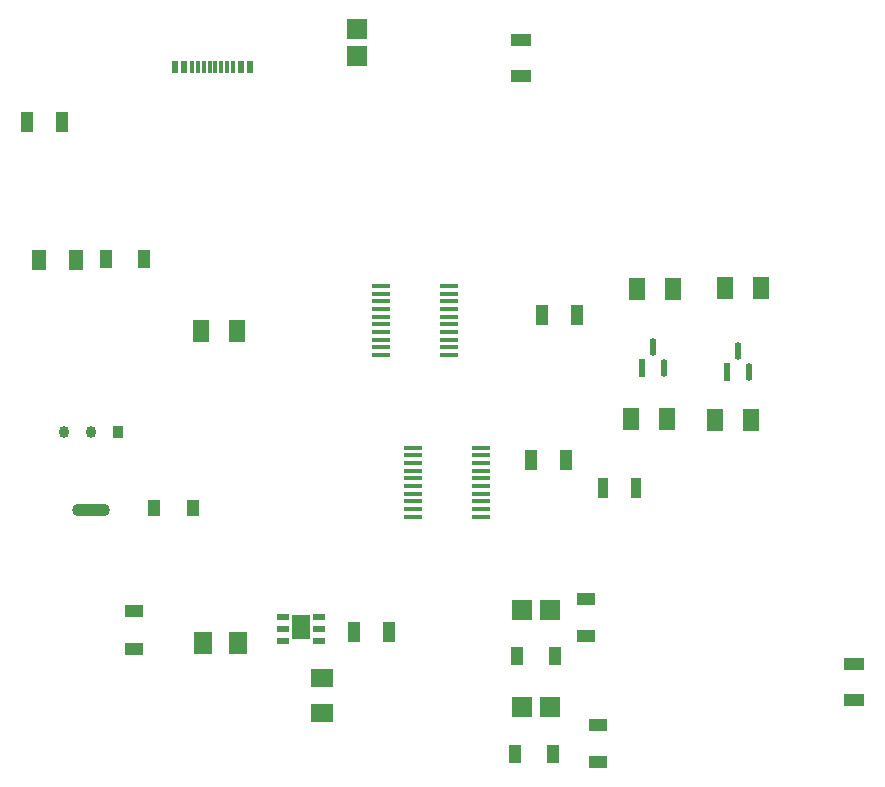
<source format=gtp>
G04*
G04 #@! TF.GenerationSoftware,Altium Limited,Altium Designer,25.7.1 (20)*
G04*
G04 Layer_Color=8421504*
%FSLAX44Y44*%
%MOMM*%
G71*
G04*
G04 #@! TF.SameCoordinates,C553E2C7-41F9-40DB-990B-6D54EA4AAFBF*
G04*
G04*
G04 #@! TF.FilePolarity,Positive*
G04*
G01*
G75*
%ADD16R,1.7540X1.8062*%
%ADD17R,0.6000X1.1400*%
%ADD18R,1.8000X1.0000*%
%ADD19R,1.5000X2.0000*%
%ADD20R,1.0160X0.5000*%
%ADD21R,1.0000X1.8000*%
%ADD22R,1.5000X0.4500*%
%ADD23R,1.1000X1.3500*%
%ADD24R,1.0000X1.6000*%
%ADD25R,0.9500X1.7000*%
%ADD26R,1.8062X1.7540*%
G04:AMPARAMS|DCode=27|XSize=1.56mm|YSize=0.42mm|CornerRadius=0.0525mm|HoleSize=0mm|Usage=FLASHONLY|Rotation=0.000|XOffset=0mm|YOffset=0mm|HoleType=Round|Shape=RoundedRectangle|*
%AMROUNDEDRECTD27*
21,1,1.5600,0.3150,0,0,0.0*
21,1,1.4550,0.4200,0,0,0.0*
1,1,0.1050,0.7275,-0.1575*
1,1,0.1050,-0.7275,-0.1575*
1,1,0.1050,-0.7275,0.1575*
1,1,0.1050,0.7275,0.1575*
%
%ADD27ROUNDEDRECTD27*%
%ADD28R,0.8721X1.0043*%
%ADD29R,1.1500X1.7000*%
%ADD30R,1.3561X1.8582*%
G04:AMPARAMS|DCode=31|XSize=1.0043mm|YSize=0.8721mm|CornerRadius=0.4361mm|HoleSize=0mm|Usage=FLASHONLY|Rotation=270.000|XOffset=0mm|YOffset=0mm|HoleType=Round|Shape=RoundedRectangle|*
%AMROUNDEDRECTD31*
21,1,1.0043,0.0000,0,0,270.0*
21,1,0.1322,0.8721,0,0,270.0*
1,1,0.8721,0.0000,-0.0661*
1,1,0.8721,0.0000,0.0661*
1,1,0.8721,0.0000,0.0661*
1,1,0.8721,0.0000,-0.0661*
%
%ADD31ROUNDEDRECTD31*%
%ADD32R,0.3000X1.1400*%
%ADD33R,1.5000X1.0000*%
G04:AMPARAMS|DCode=34|XSize=1.0043mm|YSize=3.1821mm|CornerRadius=0.4369mm|HoleSize=0mm|Usage=FLASHONLY|Rotation=270.000|XOffset=0mm|YOffset=0mm|HoleType=Round|Shape=RoundedRectangle|*
%AMROUNDEDRECTD34*
21,1,1.0043,2.3084,0,0,270.0*
21,1,0.1306,3.1821,0,0,270.0*
1,1,0.8737,-1.1542,-0.0653*
1,1,0.8737,-1.1542,0.0653*
1,1,0.8737,1.1542,0.0653*
1,1,0.8737,1.1542,-0.0653*
%
%ADD34ROUNDEDRECTD34*%
%ADD35R,1.0000X1.5000*%
G04:AMPARAMS|DCode=36|XSize=1.5242mm|YSize=0.578mm|CornerRadius=0.289mm|HoleSize=0mm|Usage=FLASHONLY|Rotation=90.000|XOffset=0mm|YOffset=0mm|HoleType=Round|Shape=RoundedRectangle|*
%AMROUNDEDRECTD36*
21,1,1.5242,0.0000,0,0,90.0*
21,1,0.9463,0.5780,0,0,90.0*
1,1,0.5780,0.0000,0.4731*
1,1,0.5780,0.0000,-0.4731*
1,1,0.5780,0.0000,-0.4731*
1,1,0.5780,0.0000,0.4731*
%
%ADD36ROUNDEDRECTD36*%
%ADD37R,0.5780X1.5242*%
%ADD38R,1.8582X1.6038*%
%ADD39R,1.6038X1.8582*%
D16*
X588461Y350240D02*
D03*
X588771Y432080D02*
D03*
X564939Y350240D02*
D03*
X565249Y432080D02*
D03*
D17*
X334970Y891720D02*
D03*
X270970D02*
D03*
X278970D02*
D03*
X326970D02*
D03*
D18*
X845890Y356080D02*
D03*
X563860Y914630D02*
D03*
Y884630D02*
D03*
X845890Y386080D02*
D03*
D19*
X378150Y417880D02*
D03*
D20*
X393390Y415880D02*
D03*
X362910Y426040D02*
D03*
Y415880D02*
D03*
X393390Y426040D02*
D03*
Y405720D02*
D03*
X362910D02*
D03*
D21*
X452610Y413110D02*
D03*
X145930Y844870D02*
D03*
X611880Y681890D02*
D03*
X602590Y559070D02*
D03*
X175930Y844870D02*
D03*
X581880Y681890D02*
D03*
X422610Y413110D02*
D03*
X572590Y559070D02*
D03*
D22*
X530410Y550040D02*
D03*
Y569540D02*
D03*
X472410Y556540D02*
D03*
X530410Y530540D02*
D03*
Y563040D02*
D03*
X472410Y524040D02*
D03*
Y550040D02*
D03*
X530410Y537040D02*
D03*
X472410Y563040D02*
D03*
X530410Y511040D02*
D03*
Y517540D02*
D03*
Y524040D02*
D03*
Y543540D02*
D03*
Y556540D02*
D03*
X472410Y569540D02*
D03*
Y543540D02*
D03*
Y537040D02*
D03*
Y530540D02*
D03*
Y517540D02*
D03*
Y511040D02*
D03*
D23*
X286840Y518760D02*
D03*
X253840D02*
D03*
D24*
X244650Y729240D02*
D03*
X212650D02*
D03*
D25*
X661660Y535240D02*
D03*
X633660D02*
D03*
D26*
X425490Y924371D02*
D03*
Y900849D02*
D03*
D27*
X445960Y660920D02*
D03*
X503560Y680420D02*
D03*
X445960Y706420D02*
D03*
Y699920D02*
D03*
Y693420D02*
D03*
Y680420D02*
D03*
Y673920D02*
D03*
Y667420D02*
D03*
Y654420D02*
D03*
Y647920D02*
D03*
X503560D02*
D03*
Y654420D02*
D03*
Y660920D02*
D03*
Y667420D02*
D03*
Y673920D02*
D03*
Y686920D02*
D03*
Y693420D02*
D03*
Y699920D02*
D03*
Y706420D02*
D03*
X445960Y686920D02*
D03*
D28*
X223110Y582930D02*
D03*
D29*
X156010Y728670D02*
D03*
X187510D02*
D03*
D30*
X293049Y668270D02*
D03*
X767641Y704350D02*
D03*
X693221Y703510D02*
D03*
X662699D02*
D03*
X737119Y704350D02*
D03*
X687601Y594140D02*
D03*
X657079D02*
D03*
X759150Y592800D02*
D03*
X728628D02*
D03*
X323571Y668270D02*
D03*
D31*
X177310Y582930D02*
D03*
X200210D02*
D03*
D32*
X285470Y891720D02*
D03*
X290470D02*
D03*
X295470D02*
D03*
X300470D02*
D03*
X320470D02*
D03*
X315470D02*
D03*
X310470D02*
D03*
X305470D02*
D03*
D33*
X619360Y441710D02*
D03*
Y409710D02*
D03*
X629360Y335110D02*
D03*
X236610Y398830D02*
D03*
Y430830D02*
D03*
X629360Y303110D02*
D03*
D34*
X200210Y517030D02*
D03*
D35*
X559440Y309940D02*
D03*
X591440D02*
D03*
X592700Y393360D02*
D03*
X560700D02*
D03*
D36*
X757360Y633178D02*
D03*
X747860Y651382D02*
D03*
X685510Y636846D02*
D03*
X676010Y655050D02*
D03*
D37*
X738360Y633178D02*
D03*
X666510Y636846D02*
D03*
D38*
X396060Y345004D02*
D03*
Y374516D02*
D03*
D39*
X295248Y404190D02*
D03*
X324760D02*
D03*
M02*

</source>
